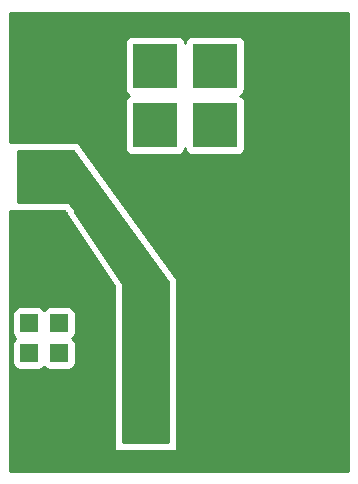
<source format=gbr>
G04 #@! TF.FileFunction,Copper,L1,Top,Signal*
%FSLAX46Y46*%
G04 Gerber Fmt 4.6, Leading zero omitted, Abs format (unit mm)*
G04 Created by KiCad (PCBNEW (2015-05-13 BZR 5653)-product) date 2. 12. 2015 7:44:32*
%MOMM*%
G01*
G04 APERTURE LIST*
%ADD10C,0.300000*%
%ADD11R,1.524000X1.524000*%
%ADD12R,3.810000X3.810000*%
%ADD13C,6.000000*%
%ADD14C,0.600000*%
%ADD15C,0.600000*%
%ADD16C,0.254000*%
G04 APERTURE END LIST*
D10*
D11*
X5080000Y10922000D03*
X2540000Y10922000D03*
X5080000Y13462000D03*
X2540000Y13462000D03*
D12*
X12446000Y5414000D03*
X12446000Y10414000D03*
X17526000Y5414000D03*
X17526000Y10414000D03*
D11*
X2540000Y29718000D03*
X5080000Y29718000D03*
X2540000Y27178000D03*
X5080000Y27178000D03*
X2540000Y24638000D03*
X5080000Y24638000D03*
X2540000Y22098000D03*
X5080000Y22098000D03*
D12*
X18288000Y35226000D03*
X18288000Y30226000D03*
X13208000Y35226000D03*
X13208000Y30226000D03*
D13*
X25380000Y5080000D03*
X25380000Y35560000D03*
X5080000Y35560000D03*
X5080000Y5080000D03*
D14*
X8040000Y17996000D03*
X8040000Y17056000D03*
X7200000Y17056000D03*
X7200000Y17996000D03*
D15*
X7200000Y17996000D02*
X8040000Y17996000D01*
X8040000Y17996000D02*
X8040000Y17056000D01*
X8040000Y17156000D02*
X7200000Y17996000D01*
X8040000Y17056000D02*
X8040000Y17156000D01*
X7200000Y17996000D02*
X7200000Y17056000D01*
X7200000Y17056000D02*
X8040000Y17056000D01*
D16*
G36*
X14351000Y3429000D02*
X10541000Y3429000D01*
X10541000Y16802453D01*
X6484023Y22887917D01*
X6442463Y23102123D01*
X6302673Y23314927D01*
X6114810Y23441737D01*
X5909968Y23749000D01*
X1651000Y23749000D01*
X1651000Y28067000D01*
X6285328Y28067000D01*
X14351000Y16976702D01*
X14351000Y12446000D01*
X14351000Y3429000D01*
X14351000Y3429000D01*
G37*
X14351000Y3429000D02*
X10541000Y3429000D01*
X10541000Y16802453D01*
X6484023Y22887917D01*
X6442463Y23102123D01*
X6302673Y23314927D01*
X6114810Y23441737D01*
X5909968Y23749000D01*
X1651000Y23749000D01*
X1651000Y28067000D01*
X6285328Y28067000D01*
X14351000Y16976702D01*
X14351000Y12446000D01*
X14351000Y3429000D01*
G36*
X29539000Y941000D02*
X20840440Y941000D01*
X20840440Y28321000D01*
X20840440Y32131000D01*
X20793463Y32373123D01*
X20653673Y32585927D01*
X20444818Y32726907D01*
X20647927Y32860327D01*
X20790377Y33071360D01*
X20840440Y33321000D01*
X20840440Y37131000D01*
X20793463Y37373123D01*
X20653673Y37585927D01*
X20442640Y37728377D01*
X20193000Y37778440D01*
X16383000Y37778440D01*
X16140877Y37731463D01*
X15928073Y37591673D01*
X15785623Y37380640D01*
X15748205Y37194058D01*
X15713463Y37373123D01*
X15573673Y37585927D01*
X15362640Y37728377D01*
X15113000Y37778440D01*
X11303000Y37778440D01*
X11060877Y37731463D01*
X10848073Y37591673D01*
X10705623Y37380640D01*
X10655560Y37131000D01*
X10655560Y33321000D01*
X10702537Y33078877D01*
X10842327Y32866073D01*
X11051181Y32725094D01*
X10848073Y32591673D01*
X10705623Y32380640D01*
X10655560Y32131000D01*
X10655560Y28321000D01*
X10702537Y28078877D01*
X10842327Y27866073D01*
X11053360Y27723623D01*
X11303000Y27673560D01*
X15113000Y27673560D01*
X15355123Y27720537D01*
X15567927Y27860327D01*
X15710377Y28071360D01*
X15747794Y28257943D01*
X15782537Y28078877D01*
X15922327Y27866073D01*
X16133360Y27723623D01*
X16383000Y27673560D01*
X20193000Y27673560D01*
X20435123Y27720537D01*
X20647927Y27860327D01*
X20790377Y28071360D01*
X20840440Y28321000D01*
X20840440Y941000D01*
X6489440Y941000D01*
X6489440Y10160000D01*
X6489440Y11684000D01*
X6442463Y11926123D01*
X6302673Y12138927D01*
X6224458Y12191723D01*
X6296927Y12239327D01*
X6439377Y12450360D01*
X6489440Y12700000D01*
X6489440Y14224000D01*
X6442463Y14466123D01*
X6302673Y14678927D01*
X6091640Y14821377D01*
X5842000Y14871440D01*
X4318000Y14871440D01*
X4075877Y14824463D01*
X3863073Y14684673D01*
X3810277Y14606459D01*
X3762673Y14678927D01*
X3551640Y14821377D01*
X3302000Y14871440D01*
X1778000Y14871440D01*
X1535877Y14824463D01*
X1323073Y14684673D01*
X1180623Y14473640D01*
X1130560Y14224000D01*
X1130560Y12700000D01*
X1177537Y12457877D01*
X1317327Y12245073D01*
X1395541Y12192278D01*
X1323073Y12144673D01*
X1180623Y11933640D01*
X1130560Y11684000D01*
X1130560Y10160000D01*
X1177537Y9917877D01*
X1317327Y9705073D01*
X1528360Y9562623D01*
X1778000Y9512560D01*
X3302000Y9512560D01*
X3544123Y9559537D01*
X3756927Y9699327D01*
X3809722Y9777542D01*
X3857327Y9705073D01*
X4068360Y9562623D01*
X4318000Y9512560D01*
X5842000Y9512560D01*
X6084123Y9559537D01*
X6296927Y9699327D01*
X6439377Y9910360D01*
X6489440Y10160000D01*
X6489440Y941000D01*
X941000Y941000D01*
X941000Y22987000D01*
X5502158Y22987000D01*
X9779000Y16571737D01*
X9779000Y2667000D01*
X15113000Y2667000D01*
X15113000Y12446000D01*
X15113000Y17224492D01*
X6673358Y28829000D01*
X941000Y28829000D01*
X941000Y39699000D01*
X29539000Y39699000D01*
X29539000Y941000D01*
X29539000Y941000D01*
G37*
X29539000Y941000D02*
X20840440Y941000D01*
X20840440Y28321000D01*
X20840440Y32131000D01*
X20793463Y32373123D01*
X20653673Y32585927D01*
X20444818Y32726907D01*
X20647927Y32860327D01*
X20790377Y33071360D01*
X20840440Y33321000D01*
X20840440Y37131000D01*
X20793463Y37373123D01*
X20653673Y37585927D01*
X20442640Y37728377D01*
X20193000Y37778440D01*
X16383000Y37778440D01*
X16140877Y37731463D01*
X15928073Y37591673D01*
X15785623Y37380640D01*
X15748205Y37194058D01*
X15713463Y37373123D01*
X15573673Y37585927D01*
X15362640Y37728377D01*
X15113000Y37778440D01*
X11303000Y37778440D01*
X11060877Y37731463D01*
X10848073Y37591673D01*
X10705623Y37380640D01*
X10655560Y37131000D01*
X10655560Y33321000D01*
X10702537Y33078877D01*
X10842327Y32866073D01*
X11051181Y32725094D01*
X10848073Y32591673D01*
X10705623Y32380640D01*
X10655560Y32131000D01*
X10655560Y28321000D01*
X10702537Y28078877D01*
X10842327Y27866073D01*
X11053360Y27723623D01*
X11303000Y27673560D01*
X15113000Y27673560D01*
X15355123Y27720537D01*
X15567927Y27860327D01*
X15710377Y28071360D01*
X15747794Y28257943D01*
X15782537Y28078877D01*
X15922327Y27866073D01*
X16133360Y27723623D01*
X16383000Y27673560D01*
X20193000Y27673560D01*
X20435123Y27720537D01*
X20647927Y27860327D01*
X20790377Y28071360D01*
X20840440Y28321000D01*
X20840440Y941000D01*
X6489440Y941000D01*
X6489440Y10160000D01*
X6489440Y11684000D01*
X6442463Y11926123D01*
X6302673Y12138927D01*
X6224458Y12191723D01*
X6296927Y12239327D01*
X6439377Y12450360D01*
X6489440Y12700000D01*
X6489440Y14224000D01*
X6442463Y14466123D01*
X6302673Y14678927D01*
X6091640Y14821377D01*
X5842000Y14871440D01*
X4318000Y14871440D01*
X4075877Y14824463D01*
X3863073Y14684673D01*
X3810277Y14606459D01*
X3762673Y14678927D01*
X3551640Y14821377D01*
X3302000Y14871440D01*
X1778000Y14871440D01*
X1535877Y14824463D01*
X1323073Y14684673D01*
X1180623Y14473640D01*
X1130560Y14224000D01*
X1130560Y12700000D01*
X1177537Y12457877D01*
X1317327Y12245073D01*
X1395541Y12192278D01*
X1323073Y12144673D01*
X1180623Y11933640D01*
X1130560Y11684000D01*
X1130560Y10160000D01*
X1177537Y9917877D01*
X1317327Y9705073D01*
X1528360Y9562623D01*
X1778000Y9512560D01*
X3302000Y9512560D01*
X3544123Y9559537D01*
X3756927Y9699327D01*
X3809722Y9777542D01*
X3857327Y9705073D01*
X4068360Y9562623D01*
X4318000Y9512560D01*
X5842000Y9512560D01*
X6084123Y9559537D01*
X6296927Y9699327D01*
X6439377Y9910360D01*
X6489440Y10160000D01*
X6489440Y941000D01*
X941000Y941000D01*
X941000Y22987000D01*
X5502158Y22987000D01*
X9779000Y16571737D01*
X9779000Y2667000D01*
X15113000Y2667000D01*
X15113000Y12446000D01*
X15113000Y17224492D01*
X6673358Y28829000D01*
X941000Y28829000D01*
X941000Y39699000D01*
X29539000Y39699000D01*
X29539000Y941000D01*
M02*

</source>
